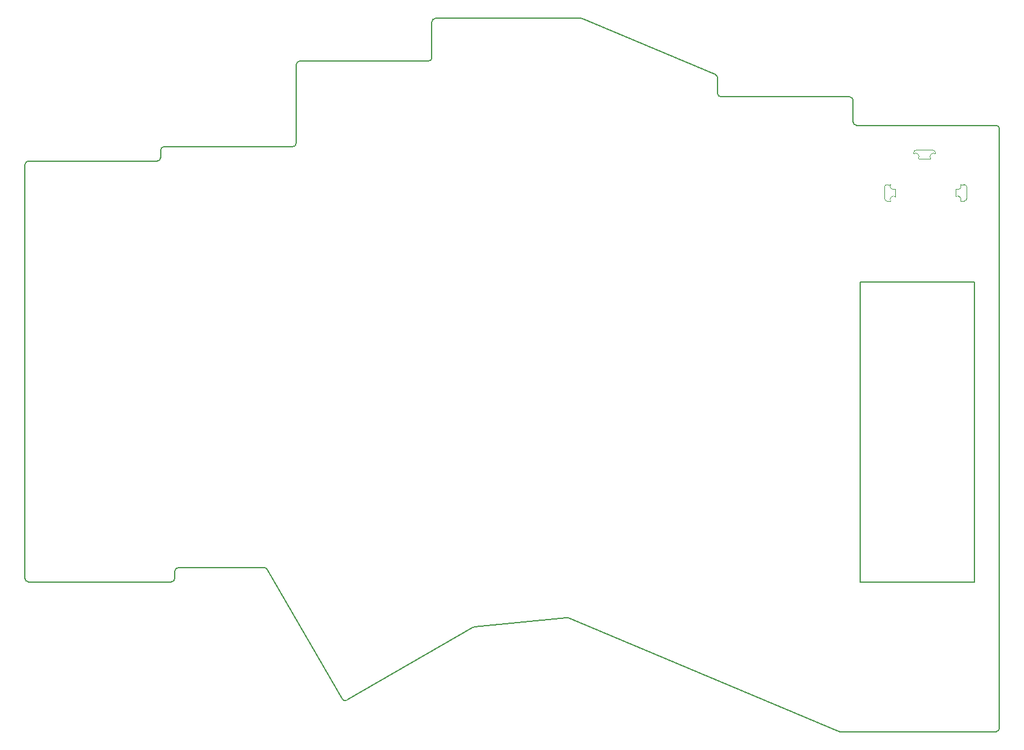
<source format=gbr>
%TF.GenerationSoftware,KiCad,Pcbnew,(6.0.9)*%
%TF.CreationDate,2023-04-16T18:35:51+02:00*%
%TF.ProjectId,iteMX_pcb,6974654d-585f-4706-9362-2e6b69636164,v1.0.0*%
%TF.SameCoordinates,Original*%
%TF.FileFunction,Profile,NP*%
%FSLAX46Y46*%
G04 Gerber Fmt 4.6, Leading zero omitted, Abs format (unit mm)*
G04 Created by KiCad (PCBNEW (6.0.9)) date 2023-04-16 18:35:51*
%MOMM*%
%LPD*%
G01*
G04 APERTURE LIST*
%TA.AperFunction,Profile*%
%ADD10C,0.150000*%
%TD*%
%TA.AperFunction,Profile*%
%ADD11C,0.120000*%
%TD*%
G04 APERTURE END LIST*
D10*
X86500011Y60168012D02*
G75*
G03*
X86194028Y60628830I-500011J-12D01*
G01*
X87000000Y57500000D02*
X105000000Y57500000D01*
X126000000Y53000000D02*
X126000000Y-31000000D01*
X23421113Y-8748574D02*
G75*
G03*
X22988021Y-8498587I-433013J-250026D01*
G01*
X33906694Y-26910277D02*
G75*
G03*
X34589746Y-27093267I433006J249977D01*
G01*
X105500000Y57000000D02*
G75*
G03*
X105000000Y57500000I-500000J0D01*
G01*
X8000000Y48500000D02*
G75*
G03*
X8500000Y49000000I0J500000D01*
G01*
X122500000Y-10500000D02*
X122500000Y31500000D01*
X103406942Y-31460818D02*
X65617732Y-15549571D01*
X47000000Y68500000D02*
G75*
G03*
X46500000Y68000000I0J-500000D01*
G01*
X67593058Y68460818D02*
X86194029Y60628830D01*
X125500000Y-31500000D02*
G75*
G03*
X126000000Y-31000000I0J500000D01*
G01*
X10999943Y-8499940D02*
G75*
G03*
X10500000Y-8999943I57J-500000D01*
G01*
X10000000Y-10500000D02*
X-10000000Y-10500000D01*
X-10500000Y-10000000D02*
X-10500000Y48000000D01*
X105500000Y54000000D02*
G75*
G03*
X106000000Y53500000I500000J0D01*
G01*
X122500000Y31500000D02*
X106500000Y31500000D01*
X103406947Y-31460807D02*
G75*
G03*
X103600971Y-31500000I194053J460807D01*
G01*
X106500000Y-10500000D02*
X122500000Y-10500000D01*
X-10000000Y48500000D02*
X8000000Y48500000D01*
X28000000Y62500000D02*
G75*
G03*
X27500000Y62000000I0J-500000D01*
G01*
X46500000Y63000000D02*
X46500000Y68000000D01*
X10500000Y-8999943D02*
X10500000Y-10000000D01*
X86500000Y58000000D02*
G75*
G03*
X87000000Y57500000I500000J0D01*
G01*
X9000000Y50500000D02*
X27000000Y50500000D01*
X8500000Y49000000D02*
X8500000Y50000000D01*
X106000000Y53500000D02*
X125500000Y53500000D01*
X52449767Y-16832375D02*
G75*
G03*
X52250554Y-16896795I50833J-497425D01*
G01*
X10000000Y-10500000D02*
G75*
G03*
X10500000Y-10000000I0J500000D01*
G01*
X9000000Y50500000D02*
G75*
G03*
X8500000Y50000000I0J-500000D01*
G01*
X106500000Y31500000D02*
X106500000Y-10500000D01*
X47000000Y68500000D02*
X67399029Y68500000D01*
X33906733Y-26910254D02*
X23421090Y-8748587D01*
X22988020Y-8498587D02*
X10999943Y-8499943D01*
X105500000Y57000000D02*
X105500000Y54000000D01*
X46000000Y62500000D02*
G75*
G03*
X46500000Y63000000I0J500000D01*
G01*
X86500000Y60168012D02*
X86500000Y58000000D01*
X-10500000Y-10000000D02*
G75*
G03*
X-10000000Y-10500000I500001J1D01*
G01*
X27500000Y51000000D02*
X27500000Y62000000D01*
X-10000000Y48500000D02*
G75*
G03*
X-10500000Y48000000I1J-500001D01*
G01*
X126000000Y53000000D02*
G75*
G03*
X125500000Y53500000I-500000J0D01*
G01*
X28000000Y62500000D02*
X46000000Y62500000D01*
X65617732Y-15549572D02*
G75*
G03*
X65372919Y-15512974I-194032J-460828D01*
G01*
X125500000Y-31500000D02*
X103600971Y-31500000D01*
X67593053Y68460807D02*
G75*
G03*
X67399029Y68500000I-194053J-460807D01*
G01*
X27000000Y50500000D02*
G75*
G03*
X27500000Y51000000I0J500000D01*
G01*
X65372918Y-15512975D02*
X52449769Y-16832393D01*
X52250554Y-16896795D02*
X34589746Y-27093267D01*
D11*
%TO.C,REF\u002A\u002A*%
X121411592Y44830592D02*
X121411000Y43260000D01*
X109898408Y44820592D02*
X109899000Y43250000D01*
X110740100Y45200000D02*
X110280000Y45200000D01*
X114359705Y50040340D02*
X116640295Y50040345D01*
X113976000Y49535800D02*
X113978113Y49660932D01*
X120569900Y45210000D02*
X121030000Y45210000D01*
X110280000Y42869000D02*
X110740100Y42870000D01*
X117024000Y49535800D02*
X117021887Y49660937D01*
X119884100Y43522800D02*
X119884100Y44564200D01*
X114661800Y48850000D02*
X116338200Y48850000D01*
X111425900Y43512800D02*
X111425900Y44554200D01*
X121030000Y42879000D02*
X120569900Y42880000D01*
X117024000Y49535800D02*
G75*
G03*
X116338200Y48850000I-247750J-438050D01*
G01*
X110280000Y45200001D02*
G75*
G03*
X109898408Y44820592I-2219J-379367D01*
G01*
X110740100Y45200000D02*
G75*
G03*
X111425900Y44554200I443047J-216550D01*
G01*
X121030000Y42879000D02*
G75*
G03*
X121411000Y43260000I0J381000D01*
G01*
X114359705Y50040341D02*
G75*
G03*
X113978113Y49660932I-2219J-379367D01*
G01*
X121411606Y44830592D02*
G75*
G03*
X121030000Y45210000I-379406J8D01*
G01*
X120569873Y42880013D02*
G75*
G03*
X119884100Y43522800I-443373J214187D01*
G01*
X109899000Y43250000D02*
G75*
G03*
X110280000Y42869000I380999J-1D01*
G01*
X119884098Y44564197D02*
G75*
G03*
X120569900Y45210000I242752J429253D01*
G01*
X111425900Y43512800D02*
G75*
G03*
X110740100Y42870000I-242396J-428627D01*
G01*
X114661800Y48850000D02*
G75*
G03*
X113976000Y49535800I-438000J247800D01*
G01*
X117021881Y49660937D02*
G75*
G03*
X116640295Y50040345I-379371J43D01*
G01*
%TD*%
M02*

</source>
